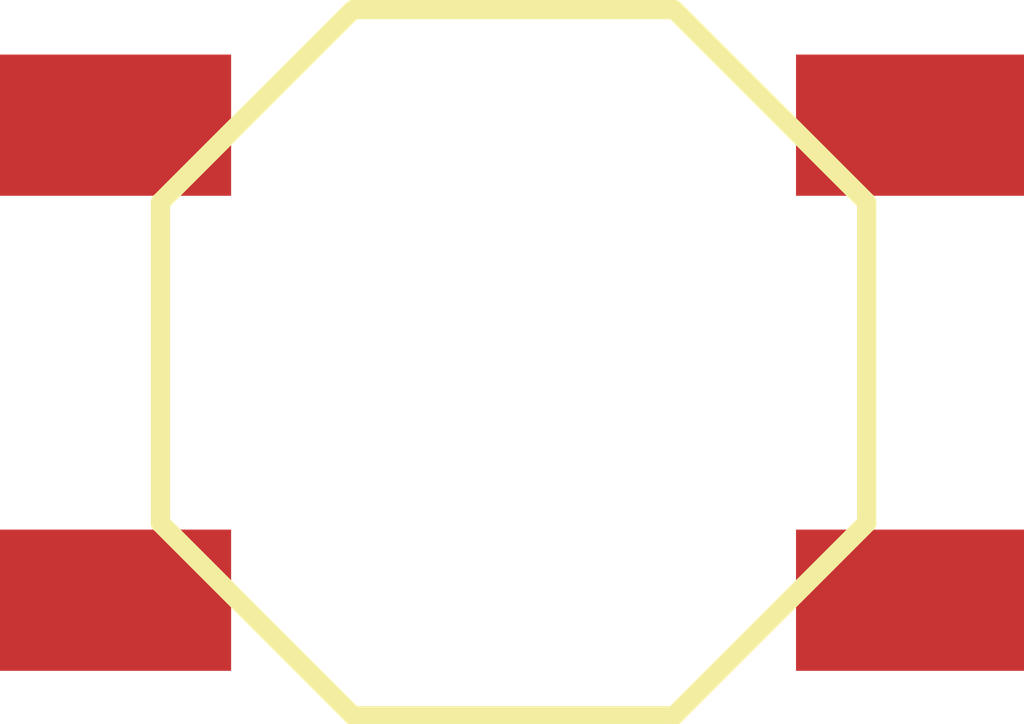
<source format=kicad_pcb>


(kicad_pcb (version 20171130) (host pcbnew 5.1.6)

  (page A3)
  (title_block
    (title "pcb")
    (rev "v9.9")
    (company "Ergogen Tests")
  )

  (general
    (thickness 1.6)
  )

  (layers
    (0 F.Cu signal)
    (31 B.Cu signal)
    (32 B.Adhes user)
    (33 F.Adhes user)
    (34 B.Paste user)
    (35 F.Paste user)
    (36 B.SilkS user)
    (37 F.SilkS user)
    (38 B.Mask user)
    (39 F.Mask user)
    (40 Dwgs.User user)
    (41 Cmts.User user)
    (42 Eco1.User user)
    (43 Eco2.User user)
    (44 Edge.Cuts user)
    (45 Margin user)
    (46 B.CrtYd user)
    (47 F.CrtYd user)
    (48 B.Fab user)
    (49 F.Fab user)
  )

  (setup
    (last_trace_width 0.25)
    (trace_clearance 0.2)
    (zone_clearance 0.508)
    (zone_45_only no)
    (trace_min 0.2)
    (via_size 0.8)
    (via_drill 0.4)
    (via_min_size 0.4)
    (via_min_drill 0.3)
    (uvia_size 0.3)
    (uvia_drill 0.1)
    (uvias_allowed no)
    (uvia_min_size 0.2)
    (uvia_min_drill 0.1)
    (edge_width 0.05)
    (segment_width 0.2)
    (pcb_text_width 0.3)
    (pcb_text_size 1.5 1.5)
    (mod_edge_width 0.12)
    (mod_text_size 1 1)
    (mod_text_width 0.15)
    (pad_size 1.524 1.524)
    (pad_drill 0.762)
    (pad_to_mask_clearance 0.05)
    (aux_axis_origin 0 0)
    (visible_elements FFFFFF7F)
    (pcbplotparams
      (layerselection 0x010fc_ffffffff)
      (usegerberextensions false)
      (usegerberattributes true)
      (usegerberadvancedattributes true)
      (creategerberjobfile true)
      (excludeedgelayer true)
      (linewidth 0.100000)
      (plotframeref false)
      (viasonmask false)
      (mode 1)
      (useauxorigin false)
      (hpglpennumber 1)
      (hpglpenspeed 20)
      (hpglpendiameter 15.000000)
      (psnegative false)
      (psa4output false)
      (plotreference true)
      (plotvalue true)
      (plotinvisibletext false)
      (padsonsilk false)
      (subtractmaskfromsilk false)
      (outputformat 1)
      (mirror false)
      (drillshape 1)
      (scaleselection 1)
      (outputdirectory ""))
  )

  (net 0 "")
(net 1 "BTN_FROM")
(net 2 "BTN_TO")

  (net_class Default "This is the default net class."
    (clearance 0.2)
    (trace_width 0.25)
    (via_dia 0.8)
    (via_drill 0.4)
    (uvia_dia 0.3)
    (uvia_drill 0.1)
    (add_net "")
(add_net "BTN_FROM")
(add_net "BTN_TO")
  )

  
  
        (module E73:SW_TACT_ALPS_SKQGABE010 (layer F.Cu) (tstamp 5BF2CC94)

            (descr "Low-profile SMD Tactile Switch, https://www.e-switch.com/product-catalog/tact/product-lines/tl3342-series-low-profile-smt-tact-switch")
            (tags "SPST Tactile Switch")

            (at 0 0 0)

            (fp_text reference "B1" (at 0 0) (layer F.SilkS) hide (effects (font (size 1.27 1.27) (thickness 0.15))))
            (fp_text value "" (at 0 0) (layer F.SilkS) hide (effects (font (size 1.27 1.27) (thickness 0.15))))

            (fp_line (start 2.75 1.25) (end 1.25 2.75) (layer F.SilkS) (width 0.15))
            (fp_line (start 2.75 -1.25) (end 1.25 -2.75) (layer F.SilkS) (width 0.15))
            (fp_line (start 2.75 -1.25) (end 2.75 1.25) (layer F.SilkS) (width 0.15))
            (fp_line (start -1.25 2.75) (end 1.25 2.75) (layer F.SilkS) (width 0.15))
            (fp_line (start -1.25 -2.75) (end 1.25 -2.75) (layer F.SilkS) (width 0.15))
            (fp_line (start -2.75 1.25) (end -1.25 2.75) (layer F.SilkS) (width 0.15))
            (fp_line (start -2.75 -1.25) (end -1.25 -2.75) (layer F.SilkS) (width 0.15))
            (fp_line (start -2.75 -1.25) (end -2.75 1.25) (layer F.SilkS) (width 0.15))
            (pad 1 smd rect (at -3.1 -1.85 0) (size 1.8 1.1) (layers F.Cu F.Paste F.Mask) (net 1 "BTN_FROM"))
            (pad 1 smd rect (at 3.1 -1.85 0) (size 1.8 1.1) (layers F.Cu F.Paste F.Mask) (net 1 "BTN_FROM"))
            (pad 2 smd rect (at -3.1 1.85 0) (size 1.8 1.1) (layers F.Cu F.Paste F.Mask) (net 2 "BTN_TO"))
            (pad 2 smd rect (at 3.1 1.85 0) (size 1.8 1.1) (layers F.Cu F.Paste F.Mask) (net 2 "BTN_TO"))

        )
  
    
  

)
</source>
